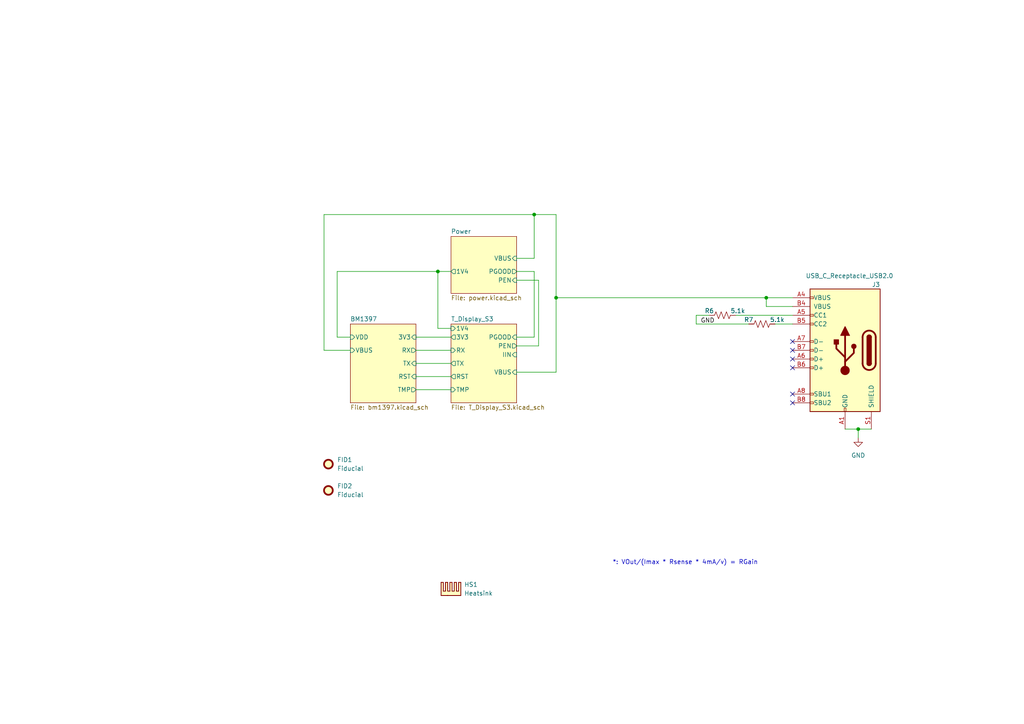
<source format=kicad_sch>
(kicad_sch (version 20231120) (generator "eeschema") (generator_version "8.0")
  (paper "A4")
  (title_block (title "NerdNOS") (date "2024-04-05") (rev "1"))
  (lib_symbols
    (symbol "Device:R_US" (pin_numbers hide) (pin_names (offset 0))
      (property "Reference" "R" (at 2.54 0 90))
      (property "Value" "R_US" (at -2.54 0 90))
      (symbol "R_US_0_1"
        (polyline (pts (xy 0 -2.286) (xy 0 -2.54)))
        (polyline (pts (xy 0 2.286) (xy 0 2.54)))
        (polyline (pts (xy 0 -0.762) (xy 1.016 -1.143) (xy 0 -1.524) (xy -1.016 -1.905) (xy 0 -2.286)))
        (polyline (pts (xy 0 0.762) (xy 1.016 0.381) (xy 0 0) (xy -1.016 -0.381) (xy 0 -0.762)))
        (polyline (pts (xy 0 2.286) (xy 1.016 1.905) (xy 0 1.524) (xy -1.016 1.143) (xy 0 0.762)))
      )
      (symbol "R_US_1_1"
        (pin passive line (at 0 3.81 270) (length 1.27) (name "~") (number "1"))
        (pin passive line (at 0 -3.81 90) (length 1.27) (name "~") (number "2"))
      )
    )
    (symbol "Mechanical:Fiducial" (exclude_from_sim yes) (in_bom no)
      (property "Reference" "FID" (at 0 5.08 0))
      (property "Value" "Fiducial" (at 0 3.175 0))
      (symbol "Fiducial_0_1"
        (circle (center 0 0) (radius 1.27) (stroke (width 0.508)) (fill (type background)))
      )
    )
    (symbol "Mechanical:Heatsink" (pin_names (offset 1.016)) (exclude_from_sim yes)
      (property "Reference" "HS" (at 0 5.08 0))
      (property "Value" "Heatsink" (at 0 -1.27 0))
      (symbol "Heatsink_0_1"
        (polyline (pts (xy -0.3302 1.27) (xy -0.9652 1.27) (xy -0.9652 3.81) (xy -1.6002 3.81) (xy -1.6002 1.27) (xy -2.2352 1.27) (xy -2.2352 3.81) (xy -2.8702 3.81) (xy -2.8702 0) (xy -0.9652 0)) (stroke (width 0.254)) (fill (type background)))
        (polyline (pts (xy -0.3302 1.27) (xy -0.3302 3.81) (xy 0.3048 3.81) (xy 0.3048 1.27) (xy 0.9398 1.27) (xy 0.9398 3.81) (xy 1.5748 3.81) (xy 1.5748 1.27) (xy 2.2098 1.27) (xy 2.2098 3.81) (xy 2.8448 3.81) (xy 2.8448 0) (xy -0.9652 0)) (stroke (width 0.254)) (fill (type background)))
      )
    )
    (symbol "bitaxe:USB_C_Receptacle_USB2.0" (pin_names (offset 1.016))
      (property "Reference" "J" (at -10.16 19.05 0))
      (property "Value" "USB_C_Receptacle_USB2.0" (at 19.05 19.05 0))
      (symbol "USB_C_Receptacle_USB2.0_0_0"
        (rectangle (start -0.254 -17.78) (end 0.254 -16.764))
        (rectangle (start 10.16 -14.986) (end 9.144 -15.494))
        (rectangle (start 10.16 -12.446) (end 9.144 -12.954))
        (rectangle (start 10.16 -4.826) (end 9.144 -5.334))
        (rectangle (start 10.16 -2.286) (end 9.144 -2.794))
        (rectangle (start 10.16 0.254) (end 9.144 -0.254))
        (rectangle (start 10.16 2.794) (end 9.144 2.286))
        (rectangle (start 10.16 7.874) (end 9.144 7.366))
        (rectangle (start 10.16 10.414) (end 9.144 9.906))
        (rectangle (start 10.16 15.494) (end 9.144 14.986))
      )
      (symbol "USB_C_Receptacle_USB2.0_0_1"
        (rectangle (start -10.16 17.78) (end 10.16 -17.78) (stroke (width 0.254)) (fill (type background)))
        (arc (start -8.89 -3.81) (mid -6.985 -5.7067) (end -5.08 -3.81) (stroke (width 0.508)))
        (arc (start -7.62 -3.81) (mid -6.985 -4.4423) (end -6.35 -3.81) (stroke (width 0.254)))
        (arc (start -7.62 -3.81) (mid -6.985 -4.4423) (end -6.35 -3.81) (stroke (width 0.254)) (fill (type outline)))
        (rectangle (start -7.62 -3.81) (end -6.35 3.81) (stroke (width 0.254)) (fill (type outline)))
        (arc (start -6.35 3.81) (mid -6.985 4.4423) (end -7.62 3.81) (stroke (width 0.254)))
        (arc (start -6.35 3.81) (mid -6.985 4.4423) (end -7.62 3.81) (stroke (width 0.254)) (fill (type outline)))
        (arc (start -5.08 3.81) (mid -6.985 5.7067) (end -8.89 3.81) (stroke (width 0.508)))
        (circle (center -2.54 1.143) (radius 0.635) (stroke (width 0.254)) (fill (type outline)))
        (circle (center 0 -5.842) (radius 1.27) (fill (type outline)))
        (polyline (pts (xy -8.89 -3.81) (xy -8.89 3.81)) (stroke (width 0.508)))
        (polyline (pts (xy -5.08 3.81) (xy -5.08 -3.81)) (stroke (width 0.508)))
        (polyline (pts (xy 0 -5.842) (xy 0 4.318)) (stroke (width 0.508)))
        (polyline (pts (xy 0 -3.302) (xy -2.54 -0.762) (xy -2.54 0.508)) (stroke (width 0.508)))
        (polyline (pts (xy 0 -2.032) (xy 2.54 0.508) (xy 2.54 1.778)) (stroke (width 0.508)))
        (polyline (pts (xy -1.27 4.318) (xy 0 6.858) (xy 1.27 4.318) (xy -1.27 4.318)) (stroke (width 0.254)) (fill (type outline)))
        (rectangle (start 1.905 1.778) (end 3.175 3.048) (stroke (width 0.254)) (fill (type outline)))
      )
      (symbol "USB_C_Receptacle_USB2.0_1_1"
        (pin passive line (at 0 -22.86 90) (length 5.08) (name "GND") (number "A1"))
        (pin power_out line (at 15.24 15.24 180) (length 5.08) (name "VBUS") (number "A4"))
        (pin bidirectional line (at 15.24 10.16 180) (length 5.08) (name "CC1") (number "A5"))
        (pin bidirectional line (at 15.24 -2.54 180) (length 5.08) (name "D+") (number "A6"))
        (pin bidirectional line (at 15.24 2.54 180) (length 5.08) (name "D-") (number "A7"))
        (pin bidirectional line (at 15.24 -12.7 180) (length 5.08) (name "SBU1") (number "A8"))
        (pin passive line (at 0 -22.86 90) (length 5.08) hide (name "GND") (number "B1"))
        (pin passive line (at 15.24 12.7 180) (length 5.08) (name "VBUS") (number "B4"))
        (pin bidirectional line (at 15.24 7.62 180) (length 5.08) (name "CC2") (number "B5"))
        (pin bidirectional line (at 15.24 -5.08 180) (length 5.08) (name "D+") (number "B6"))
        (pin bidirectional line (at 15.24 0 180) (length 5.08) (name "D-") (number "B7"))
        (pin bidirectional line (at 15.24 -15.24 180) (length 5.08) (name "SBU2") (number "B8"))
        (pin passive line (at -7.62 -22.86 90) (length 5.08) (name "SHIELD") (number "S1"))
      )
    )
    (symbol "power:GND" (power) (pin_numbers hide) (pin_names (offset 0) hide)
      (property "Value" "GND" (at 0 -3.81 0))
      (symbol "GND_0_1"
        (polyline (pts (xy 0 0) (xy 0 -1.27) (xy 1.27 -1.27) (xy 0 -2.54) (xy -1.27 -1.27) (xy 0 -1.27)))
      )
      (symbol "GND_1_1"
        (pin power_in line (at 0 0 270) (length 0) (name "~") (number "1"))
      )
    )
  )
  (junction (at 161.29 86.36))
  (junction (at 154.94 62.23))
  (junction (at 248.92 124.46))
  (junction (at 127 78.74))
  (junction (at 222.25 86.36))
  (no_connect (at 229.87 101.6))
  (no_connect (at 229.87 99.06))
  (no_connect (at 229.87 106.68))
  (no_connect (at 229.87 114.3))
  (no_connect (at 229.87 104.14))
  (no_connect (at 229.87 116.84))
  (wire (pts (xy 156.21 81.28) (xy 149.86 81.28)))
  (wire (pts (xy 120.65 113.03) (xy 130.81 113.03)))
  (wire (pts (xy 224.79 93.98) (xy 229.87 93.98)))
  (wire (pts (xy 93.98 101.6) (xy 101.6 101.6)))
  (wire (pts (xy 120.65 109.22) (xy 130.81 109.22)))
  (wire (pts (xy 217.17 93.98) (xy 201.93 93.98)))
  (wire (pts (xy 154.94 74.93) (xy 154.94 62.23)))
  (wire (pts (xy 130.81 78.74) (xy 127 78.74)))
  (wire (pts (xy 201.93 93.98) (xy 201.93 91.44)))
  (wire (pts (xy 93.98 62.23) (xy 93.98 101.6)))
  (wire (pts (xy 120.65 101.6) (xy 130.81 101.6)))
  (wire (pts (xy 120.65 105.41) (xy 130.81 105.41)))
  (wire (pts (xy 222.25 86.36) (xy 222.25 88.9)))
  (wire (pts (xy 222.25 88.9) (xy 229.87 88.9)))
  (wire (pts (xy 161.29 86.36) (xy 222.25 86.36)))
  (wire (pts (xy 93.98 62.23) (xy 154.94 62.23)))
  (wire (pts (xy 213.36 91.44) (xy 229.87 91.44)))
  (wire (pts (xy 130.81 95.25) (xy 127 95.25)))
  (wire (pts (xy 120.65 97.79) (xy 130.81 97.79)))
  (wire (pts (xy 156.21 100.33) (xy 156.21 81.28)))
  (wire (pts (xy 149.86 107.95) (xy 161.29 107.95)))
  (wire (pts (xy 248.92 124.46) (xy 248.92 127)))
  (wire (pts (xy 154.94 97.79) (xy 154.94 78.74)))
  (wire (pts (xy 97.79 78.74) (xy 97.79 97.79)))
  (wire (pts (xy 161.29 62.23) (xy 154.94 62.23)))
  (wire (pts (xy 154.94 78.74) (xy 149.86 78.74)))
  (wire (pts (xy 149.86 97.79) (xy 154.94 97.79)))
  (wire (pts (xy 127 78.74) (xy 97.79 78.74)))
  (wire (pts (xy 161.29 62.23) (xy 161.29 86.36)))
  (wire (pts (xy 161.29 86.36) (xy 161.29 107.95)))
  (wire (pts (xy 245.11 124.46) (xy 248.92 124.46)))
  (wire (pts (xy 149.86 74.93) (xy 154.94 74.93)))
  (wire (pts (xy 97.79 97.79) (xy 101.6 97.79)))
  (wire (pts (xy 248.92 124.46) (xy 252.73 124.46)))
  (wire (pts (xy 201.93 91.44) (xy 205.74 91.44)))
  (wire (pts (xy 222.25 86.36) (xy 229.87 86.36)))
  (wire (pts (xy 149.86 100.33) (xy 156.21 100.33)))
  (wire (pts (xy 127 95.25) (xy 127 78.74)))
  (text "*: VOut/(Imax * Rsense * 4mA/v) = RGain" (at 198.755 163.195 0) (effects (font (size 1.27 1.27))))
  (label "GND" (at 203.2 93.98 0))
  (symbol (lib_id "Mechanical:Heatsink") (at 130.81 172.72 0) (unit 1) (exclude_from_sim yes)
    (property "Reference" "HS1" (at 134.62 169.5449 0) (effects (justify left)))
    (property "Value" "Heatsink" (at 134.62 172.0849 0) (effects (justify left)))
    (property "Footprint" "myfootprints:960-19-15-F-AB-0" (effects (hide yes)))
    (property "Description" "Heatsink" (effects (hide yes)))
    (property "DK" "345-1745-ND" (effects (hide yes)))
  )
  (symbol (lib_id "bitaxe:USB_C_Receptacle_USB2.0") (at 245.11 101.6 0) (mirror y) (unit 1)
    (property "Reference" "J3" (at 255.27 82.55 0) (effects (justify left)))
    (property "Value" "USB_C_Receptacle_USB2.0" (at 233.68 80.01 0) (effects (justify right)))
    (property "Footprint" "Connector_USB:USB_C_Receptacle_GCT_USB4105-xx-A_16P_TopMnt_Horizontal" (effects (hide yes)))
    (property "Datasheet" "https://www.usb.org/sites/default/files/documents/usb_type-c.zip" (effects (hide yes)))
    (property "Description" "USB 2.0-only Type-C Receptacle connector" (effects (hide yes)))
    (property "DK" "2073-USB4105-GF-ACT-ND" (effects (hide yes)))
    (property "PARTNO" "USB4105-GF-A" (effects (hide yes)))
  )
  (symbol (lib_id "power:GND") (at 248.92 127 0) (unit 1)
    (property "Reference" "#PWR04" (effects (hide yes)))
    (property "Value" "GND" (at 248.92 132.08 0))
    (property "Description" "Power symbol creates a global label with name \"GND\" , ground" (effects (hide yes)))
  )
  (symbol (lib_id "Device:R_US") (at 209.55 91.44 90) (unit 1)
    (property "Reference" "R6" (at 205.74 90.17 90))
    (property "Value" "5.1k" (at 213.995 90.17 90))
    (property "Footprint" "Resistor_SMD:R_0402_1005Metric" (effects (hide yes)))
    (property "DK" "RMCF0402JT5K10CT-ND" (effects (hide yes)))
    (property "PARTNO" "RMCF0402JT5K10" (effects (hide yes)))
  )
  (symbol (lib_id "Mechanical:Fiducial") (at 95.25 142.24 0) (unit 1) (exclude_from_sim yes) (in_bom no)
    (property "Reference" "FID2" (at 97.79 140.9699 0) (effects (justify left)))
    (property "Value" "Fiducial" (at 97.79 143.5099 0) (effects (justify left)))
    (property "Footprint" "Fiducial:Fiducial_1mm_Mask2mm" (effects (hide yes)))
    (property "Description" "Fiducial Marker" (effects (hide yes)))
  )
  (symbol (lib_id "Device:R_US") (at 220.98 93.98 90) (unit 1)
    (property "Reference" "R7" (at 217.17 92.71 90))
    (property "Value" "5.1k" (at 225.425 92.71 90))
    (property "Footprint" "Resistor_SMD:R_0402_1005Metric" (effects (hide yes)))
    (property "DK" "RMCF0402JT5K10CT-ND" (effects (hide yes)))
    (property "PARTNO" "RMCF0402JT5K10" (effects (hide yes)))
  )
  (symbol (lib_id "Mechanical:Fiducial") (at 95.25 134.62 0) (unit 1) (exclude_from_sim yes) (in_bom no)
    (property "Reference" "FID1" (at 97.79 133.3499 0) (effects (justify left)))
    (property "Value" "Fiducial" (at 97.79 135.8899 0) (effects (justify left)))
    (property "Footprint" "Fiducial:Fiducial_1mm_Mask2mm" (effects (hide yes)))
    (property "Description" "Fiducial Marker" (effects (hide yes)))
  )
  (sheet (at 101.6 93.98) (size 19.05 22.86) (stroke (width 0.1524)) (fill (color 255 255 194 1.0000))
    (property "Sheetname" "BM1397" (at 101.6 93.2684 0) (effects (justify left bottom)))
    (property "Sheetfile" "bm1397.kicad_sch" (at 101.6 117.4246 0) (effects (justify left top)))
    (pin "VDD" input (at 101.6 97.79 180))
    (pin "TX" input (at 120.65 105.41 0))
    (pin "3V3" input (at 120.65 97.79 0))
    (pin "RX" output (at 120.65 101.6 0))
    (pin "RST" input (at 120.65 109.22 0))
    (pin "VBUS" input (at 101.6 101.6 180))
    (pin "TMP" output (at 120.65 113.03 0))
  )
  (sheet (at 130.81 68.58) (size 19.05 16.51) (stroke (width 0.1524)) (fill (color 255 255 194 1.0000))
    (property "Sheetname" "Power" (at 130.81 67.8684 0) (effects (justify left bottom)))
    (property "Sheetfile" "power.kicad_sch" (at 130.81 85.6746 0) (effects (justify left top)))
    (pin "VBUS" input (at 149.86 74.93 0))
    (pin "1V4" output (at 130.81 78.74 180))
    (pin "PGOOD" output (at 149.86 78.74 0))
    (pin "PEN" input (at 149.86 81.28 0))
  )
  (sheet (at 130.81 93.98) (size 19.05 22.86) (stroke (width 0.1524)) (fill (color 255 255 194 1.0000))
    (property "Sheetname" "T_Display_S3" (at 130.81 93.2684 0) (effects (justify left bottom)))
    (property "Sheetfile" "T_Display_S3.kicad_sch" (at 130.81 117.4246 0) (effects (justify left top)))
    (pin "VBUS" input (at 149.86 107.95 0))
    (pin "RX" input (at 130.81 101.6 180))
    (pin "TX" output (at 130.81 105.41 180))
    (pin "RST" output (at 130.81 109.22 180))
    (pin "3V3" output (at 130.81 97.79 180))
    (pin "TMP" input (at 130.81 113.03 180))
    (pin "PGOOD" input (at 149.86 97.79 0))
    (pin "PEN" output (at 149.86 100.33 0))
    (pin "IIN" input (at 149.86 102.87 0))
    (pin "1V4" input (at 130.81 95.25 180))
  )
)
</source>
